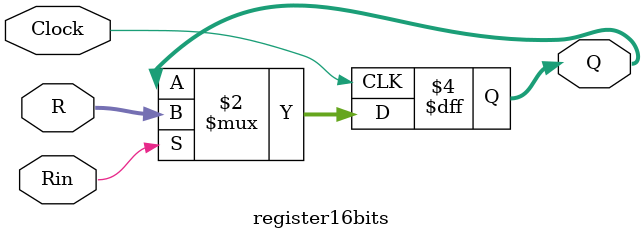
<source format=v>
module register16bits(R, Rin, Clock, Q);
  parameter n = 16;

  input [n-1:0] R;
  input Rin, Clock;
  output [n-1:0] Q;

  reg [n-1:0] Q;

  always @(posedge Clock)
    if (Rin)
      Q <= R;

endmodule
</source>
